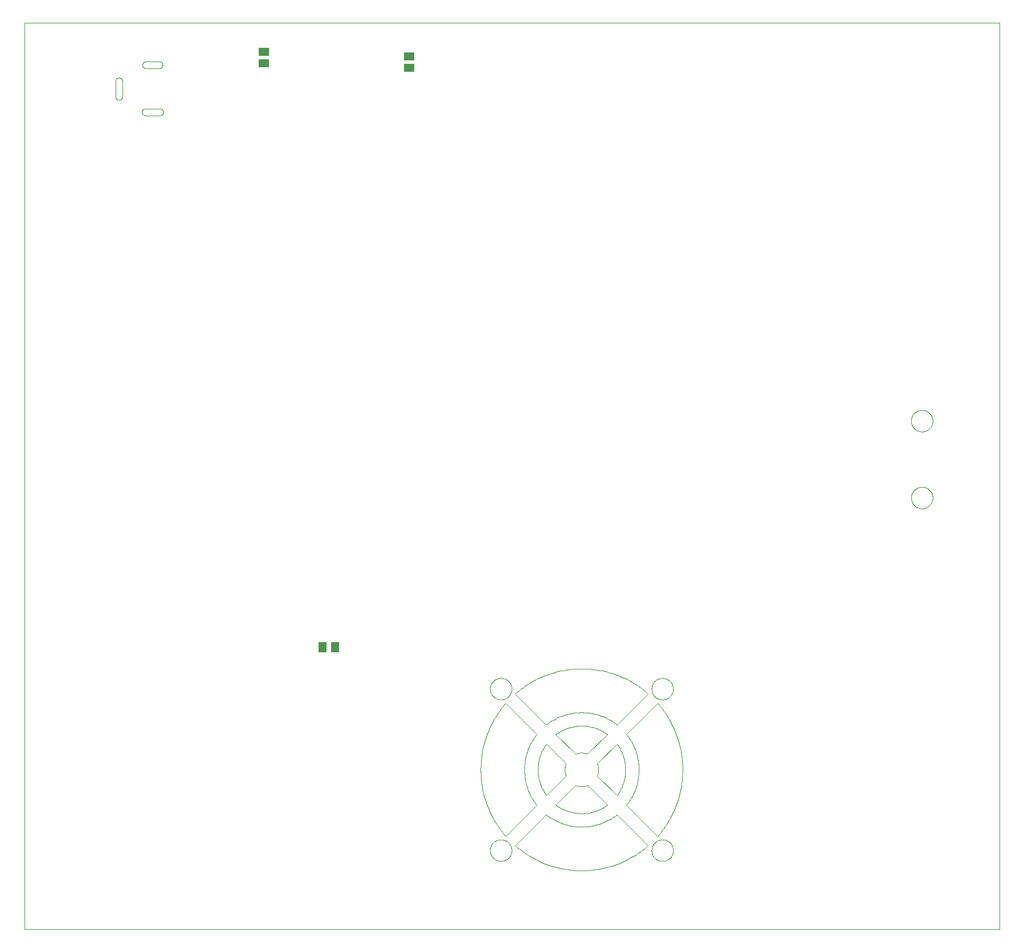
<source format=gbp>
G04 EAGLE Gerber X2 export*
%TF.Part,Single*%
%TF.FileFunction,Other,Solder paste bottom*%
%TF.FilePolarity,Positive*%
%TF.GenerationSoftware,Autodesk,EAGLE,9.4.0*%
%TF.CreationDate,2019-06-20T13:46:01Z*%
G75*
%MOMM*%
%FSLAX34Y34*%
%LPD*%
%INSolder paste bottom*%
%AMOC8*
5,1,8,0,0,1.08239X$1,22.5*%
G01*
%ADD10C,0.000000*%
%ADD11C,0.001000*%
%ADD12R,1.500000X1.300000*%
%ADD13R,1.300000X1.500000*%


D10*
X0Y0D02*
X1449200Y0D01*
X1449200Y1347600D01*
X0Y1347600D01*
X0Y0D01*
D11*
X714999Y138591D02*
X761142Y184734D01*
X761143Y184735D02*
X759885Y186370D01*
X758668Y188036D01*
X757492Y189731D01*
X756357Y191454D01*
X755264Y193203D01*
X754214Y194979D01*
X753207Y196780D01*
X752245Y198605D01*
X751326Y200452D01*
X750454Y202322D01*
X749626Y204211D01*
X748845Y206121D01*
X748110Y208049D01*
X747423Y209994D01*
X746782Y211955D01*
X746190Y213931D01*
X745646Y215921D01*
X745150Y217924D01*
X744703Y219938D01*
X744305Y221962D01*
X743956Y223995D01*
X743656Y226037D01*
X743407Y228084D01*
X743207Y230138D01*
X743056Y232195D01*
X742956Y234256D01*
X742906Y236318D01*
X742906Y238382D01*
X742956Y240444D01*
X743056Y242505D01*
X743207Y244562D01*
X743407Y246616D01*
X743656Y248663D01*
X743956Y250705D01*
X744305Y252738D01*
X744703Y254762D01*
X745150Y256776D01*
X745646Y258779D01*
X746190Y260769D01*
X746782Y262745D01*
X747423Y264706D01*
X748110Y266651D01*
X748845Y268579D01*
X749626Y270489D01*
X750454Y272378D01*
X751326Y274248D01*
X752245Y276095D01*
X753207Y277920D01*
X754214Y279721D01*
X755264Y281497D01*
X756357Y283246D01*
X757492Y284969D01*
X758668Y286664D01*
X759885Y288330D01*
X761143Y289965D01*
X761142Y289966D02*
X714999Y336109D01*
X712627Y333329D01*
X710324Y330493D01*
X708090Y327601D01*
X705927Y324655D01*
X703837Y321658D01*
X701820Y318611D01*
X699878Y315516D01*
X698012Y312374D01*
X696223Y309187D01*
X694512Y305958D01*
X692881Y302689D01*
X691329Y299380D01*
X689859Y296035D01*
X688470Y292655D01*
X687164Y289242D01*
X685942Y285798D01*
X684804Y282326D01*
X683751Y278827D01*
X682784Y275303D01*
X681902Y271756D01*
X681107Y268190D01*
X680400Y264605D01*
X679780Y261004D01*
X679247Y257388D01*
X678803Y253761D01*
X678448Y250124D01*
X678181Y246480D01*
X678003Y242830D01*
X677914Y239177D01*
X677914Y235523D01*
X678003Y231870D01*
X678181Y228220D01*
X678448Y224576D01*
X678803Y220939D01*
X679247Y217312D01*
X679780Y213696D01*
X680400Y210095D01*
X681107Y206510D01*
X681902Y202944D01*
X682784Y199397D01*
X683751Y195873D01*
X684804Y192374D01*
X685942Y188902D01*
X687164Y185458D01*
X688470Y182045D01*
X689859Y178665D01*
X691329Y175320D01*
X692881Y172011D01*
X694512Y168742D01*
X696223Y165513D01*
X698012Y162326D01*
X699878Y159184D01*
X701820Y156089D01*
X703837Y153042D01*
X705927Y150045D01*
X708090Y147099D01*
X710324Y144207D01*
X712627Y141371D01*
X714999Y138591D01*
X880516Y304108D02*
X926659Y350251D01*
X880515Y304107D02*
X878880Y305365D01*
X877214Y306582D01*
X875519Y307758D01*
X873796Y308893D01*
X872047Y309986D01*
X870271Y311036D01*
X868470Y312043D01*
X866645Y313005D01*
X864798Y313924D01*
X862928Y314796D01*
X861039Y315624D01*
X859129Y316405D01*
X857201Y317140D01*
X855256Y317827D01*
X853295Y318468D01*
X851319Y319060D01*
X849329Y319604D01*
X847326Y320100D01*
X845312Y320547D01*
X843288Y320945D01*
X841255Y321294D01*
X839213Y321594D01*
X837166Y321843D01*
X835112Y322043D01*
X833055Y322194D01*
X830994Y322294D01*
X828932Y322344D01*
X826868Y322344D01*
X824806Y322294D01*
X822745Y322194D01*
X820688Y322043D01*
X818634Y321843D01*
X816587Y321594D01*
X814545Y321294D01*
X812512Y320945D01*
X810488Y320547D01*
X808474Y320100D01*
X806471Y319604D01*
X804481Y319060D01*
X802505Y318468D01*
X800544Y317827D01*
X798599Y317140D01*
X796671Y316405D01*
X794761Y315624D01*
X792872Y314796D01*
X791002Y313924D01*
X789155Y313005D01*
X787330Y312043D01*
X785529Y311036D01*
X783753Y309986D01*
X782004Y308893D01*
X780281Y307758D01*
X778586Y306582D01*
X776920Y305365D01*
X775285Y304107D01*
X775284Y304108D02*
X729141Y350251D01*
X731921Y352623D01*
X734757Y354926D01*
X737649Y357160D01*
X740595Y359323D01*
X743592Y361413D01*
X746639Y363430D01*
X749734Y365372D01*
X752876Y367238D01*
X756063Y369027D01*
X759292Y370738D01*
X762561Y372369D01*
X765870Y373921D01*
X769215Y375391D01*
X772595Y376780D01*
X776008Y378086D01*
X779452Y379308D01*
X782924Y380446D01*
X786423Y381499D01*
X789947Y382466D01*
X793494Y383348D01*
X797060Y384143D01*
X800645Y384850D01*
X804246Y385470D01*
X807862Y386003D01*
X811489Y386447D01*
X815126Y386802D01*
X818770Y387069D01*
X822420Y387247D01*
X826073Y387336D01*
X829727Y387336D01*
X833380Y387247D01*
X837030Y387069D01*
X840674Y386802D01*
X844311Y386447D01*
X847938Y386003D01*
X851554Y385470D01*
X855155Y384850D01*
X858740Y384143D01*
X862306Y383348D01*
X865853Y382466D01*
X869377Y381499D01*
X872876Y380446D01*
X876348Y379308D01*
X879792Y378086D01*
X883205Y376780D01*
X886585Y375391D01*
X889930Y373921D01*
X893239Y372369D01*
X896508Y370738D01*
X899737Y369027D01*
X902924Y367238D01*
X906066Y365372D01*
X909161Y363430D01*
X912208Y361413D01*
X915205Y359323D01*
X918151Y357160D01*
X921043Y354926D01*
X923879Y352623D01*
X926659Y350251D01*
X880516Y170592D02*
X926659Y124449D01*
X880515Y170593D02*
X878880Y169335D01*
X877214Y168118D01*
X875519Y166942D01*
X873796Y165807D01*
X872047Y164714D01*
X870271Y163664D01*
X868470Y162657D01*
X866645Y161695D01*
X864798Y160776D01*
X862928Y159904D01*
X861039Y159076D01*
X859129Y158295D01*
X857201Y157560D01*
X855256Y156873D01*
X853295Y156232D01*
X851319Y155640D01*
X849329Y155096D01*
X847326Y154600D01*
X845312Y154153D01*
X843288Y153755D01*
X841255Y153406D01*
X839213Y153106D01*
X837166Y152857D01*
X835112Y152657D01*
X833055Y152506D01*
X830994Y152406D01*
X828932Y152356D01*
X826868Y152356D01*
X824806Y152406D01*
X822745Y152506D01*
X820688Y152657D01*
X818634Y152857D01*
X816587Y153106D01*
X814545Y153406D01*
X812512Y153755D01*
X810488Y154153D01*
X808474Y154600D01*
X806471Y155096D01*
X804481Y155640D01*
X802505Y156232D01*
X800544Y156873D01*
X798599Y157560D01*
X796671Y158295D01*
X794761Y159076D01*
X792872Y159904D01*
X791002Y160776D01*
X789155Y161695D01*
X787330Y162657D01*
X785529Y163664D01*
X783753Y164714D01*
X782004Y165807D01*
X780281Y166942D01*
X778586Y168118D01*
X776920Y169335D01*
X775285Y170593D01*
X775284Y170592D02*
X729141Y124449D01*
X731921Y122077D01*
X734757Y119774D01*
X737649Y117540D01*
X740595Y115377D01*
X743592Y113287D01*
X746639Y111270D01*
X749734Y109328D01*
X752876Y107462D01*
X756063Y105673D01*
X759292Y103962D01*
X762561Y102331D01*
X765870Y100779D01*
X769215Y99309D01*
X772595Y97920D01*
X776008Y96614D01*
X779452Y95392D01*
X782924Y94254D01*
X786423Y93201D01*
X789947Y92234D01*
X793494Y91352D01*
X797060Y90557D01*
X800645Y89850D01*
X804246Y89230D01*
X807862Y88697D01*
X811489Y88253D01*
X815126Y87898D01*
X818770Y87631D01*
X822420Y87453D01*
X826073Y87364D01*
X829727Y87364D01*
X833380Y87453D01*
X837030Y87631D01*
X840674Y87898D01*
X844311Y88253D01*
X847938Y88697D01*
X851554Y89230D01*
X855155Y89850D01*
X858740Y90557D01*
X862306Y91352D01*
X865853Y92234D01*
X869377Y93201D01*
X872876Y94254D01*
X876348Y95392D01*
X879792Y96614D01*
X883205Y97920D01*
X886585Y99309D01*
X889930Y100779D01*
X893239Y102331D01*
X896508Y103962D01*
X899737Y105673D01*
X902924Y107462D01*
X906066Y109328D01*
X909161Y111270D01*
X912208Y113287D01*
X915205Y115377D01*
X918151Y117540D01*
X921043Y119774D01*
X923879Y122077D01*
X926659Y124449D01*
X894657Y184735D02*
X895915Y186370D01*
X897132Y188036D01*
X898308Y189731D01*
X899443Y191454D01*
X900536Y193203D01*
X901586Y194979D01*
X902593Y196780D01*
X903555Y198605D01*
X904474Y200452D01*
X905346Y202322D01*
X906174Y204211D01*
X906955Y206121D01*
X907690Y208049D01*
X908377Y209994D01*
X909018Y211955D01*
X909610Y213931D01*
X910154Y215921D01*
X910650Y217924D01*
X911097Y219938D01*
X911495Y221962D01*
X911844Y223995D01*
X912144Y226037D01*
X912393Y228084D01*
X912593Y230138D01*
X912744Y232195D01*
X912844Y234256D01*
X912894Y236318D01*
X912894Y238382D01*
X912844Y240444D01*
X912744Y242505D01*
X912593Y244562D01*
X912393Y246616D01*
X912144Y248663D01*
X911844Y250705D01*
X911495Y252738D01*
X911097Y254762D01*
X910650Y256776D01*
X910154Y258779D01*
X909610Y260769D01*
X909018Y262745D01*
X908377Y264706D01*
X907690Y266651D01*
X906955Y268579D01*
X906174Y270489D01*
X905346Y272378D01*
X904474Y274248D01*
X903555Y276095D01*
X902593Y277920D01*
X901586Y279721D01*
X900536Y281497D01*
X899443Y283246D01*
X898308Y284969D01*
X897132Y286664D01*
X895915Y288330D01*
X894657Y289965D01*
X894658Y184734D02*
X940801Y138591D01*
X943173Y141371D01*
X945476Y144207D01*
X947710Y147099D01*
X949873Y150045D01*
X951963Y153042D01*
X953980Y156089D01*
X955922Y159184D01*
X957788Y162326D01*
X959577Y165513D01*
X961288Y168742D01*
X962919Y172011D01*
X964471Y175320D01*
X965941Y178665D01*
X967330Y182045D01*
X968636Y185458D01*
X969858Y188902D01*
X970996Y192374D01*
X972049Y195873D01*
X973016Y199397D01*
X973898Y202944D01*
X974693Y206510D01*
X975400Y210095D01*
X976020Y213696D01*
X976553Y217312D01*
X976997Y220939D01*
X977352Y224576D01*
X977619Y228220D01*
X977797Y231870D01*
X977886Y235523D01*
X977886Y239177D01*
X977797Y242830D01*
X977619Y246480D01*
X977352Y250124D01*
X976997Y253761D01*
X976553Y257388D01*
X976020Y261004D01*
X975400Y264605D01*
X974693Y268190D01*
X973898Y271756D01*
X973016Y275303D01*
X972049Y278827D01*
X970996Y282326D01*
X969858Y285798D01*
X968636Y289242D01*
X967330Y292655D01*
X965941Y296035D01*
X964471Y299380D01*
X962919Y302689D01*
X961288Y305958D01*
X959577Y309187D01*
X957788Y312374D01*
X955922Y315516D01*
X953980Y318611D01*
X951963Y321658D01*
X949873Y324655D01*
X947710Y327601D01*
X945476Y330493D01*
X943173Y333329D01*
X940801Y336109D01*
X894658Y289966D01*
X880386Y275694D02*
X881301Y274409D01*
X882184Y273102D01*
X883036Y271774D01*
X883855Y270426D01*
X884641Y269059D01*
X885394Y267673D01*
X886113Y266269D01*
X886797Y264848D01*
X887447Y263411D01*
X888062Y261958D01*
X888641Y260491D01*
X889185Y259010D01*
X889692Y257517D01*
X890163Y256012D01*
X890598Y254495D01*
X890996Y252969D01*
X891356Y251433D01*
X891679Y249890D01*
X891964Y248338D01*
X892212Y246781D01*
X892422Y245217D01*
X892594Y243649D01*
X892728Y242078D01*
X892823Y240503D01*
X892881Y238927D01*
X892900Y237350D01*
X892881Y235773D01*
X892823Y234197D01*
X892728Y232622D01*
X892594Y231051D01*
X892422Y229483D01*
X892212Y227919D01*
X891964Y226362D01*
X891679Y224810D01*
X891356Y223267D01*
X890996Y221731D01*
X890598Y220205D01*
X890163Y218688D01*
X889692Y217183D01*
X889185Y215690D01*
X888641Y214209D01*
X888062Y212742D01*
X887447Y211289D01*
X886797Y209852D01*
X886113Y208431D01*
X885394Y207027D01*
X884641Y205641D01*
X883855Y204274D01*
X883036Y202926D01*
X882184Y201598D01*
X881301Y200291D01*
X880386Y199006D01*
X851173Y228219D01*
X851387Y228783D01*
X851586Y229352D01*
X851772Y229926D01*
X851944Y230504D01*
X852102Y231086D01*
X852247Y231671D01*
X852376Y232260D01*
X852492Y232852D01*
X852593Y233446D01*
X852680Y234043D01*
X852753Y234642D01*
X852811Y235242D01*
X852855Y235843D01*
X852884Y236446D01*
X852898Y237048D01*
X852898Y237652D01*
X852884Y238254D01*
X852855Y238857D01*
X852811Y239458D01*
X852753Y240058D01*
X852680Y240657D01*
X852593Y241254D01*
X852492Y241848D01*
X852376Y242440D01*
X852247Y243029D01*
X852102Y243614D01*
X851944Y244196D01*
X851772Y244774D01*
X851586Y245348D01*
X851387Y245917D01*
X851173Y246481D01*
X880386Y275694D01*
X866244Y289836D02*
X864959Y290751D01*
X863652Y291634D01*
X862324Y292486D01*
X860976Y293305D01*
X859609Y294091D01*
X858223Y294844D01*
X856819Y295563D01*
X855398Y296247D01*
X853961Y296897D01*
X852508Y297512D01*
X851041Y298091D01*
X849560Y298635D01*
X848067Y299142D01*
X846562Y299613D01*
X845045Y300048D01*
X843519Y300446D01*
X841983Y300806D01*
X840440Y301129D01*
X838888Y301414D01*
X837331Y301662D01*
X835767Y301872D01*
X834199Y302044D01*
X832628Y302178D01*
X831053Y302273D01*
X829477Y302331D01*
X827900Y302350D01*
X826323Y302331D01*
X824747Y302273D01*
X823172Y302178D01*
X821601Y302044D01*
X820033Y301872D01*
X818469Y301662D01*
X816912Y301414D01*
X815360Y301129D01*
X813817Y300806D01*
X812281Y300446D01*
X810755Y300048D01*
X809238Y299613D01*
X807733Y299142D01*
X806240Y298635D01*
X804759Y298091D01*
X803292Y297512D01*
X801839Y296897D01*
X800402Y296247D01*
X798981Y295563D01*
X797577Y294844D01*
X796191Y294091D01*
X794824Y293305D01*
X793476Y292486D01*
X792148Y291634D01*
X790841Y290751D01*
X789556Y289836D01*
X818769Y260623D01*
X819333Y260837D01*
X819902Y261036D01*
X820476Y261222D01*
X821054Y261394D01*
X821636Y261552D01*
X822221Y261697D01*
X822810Y261826D01*
X823402Y261942D01*
X823996Y262043D01*
X824593Y262130D01*
X825192Y262203D01*
X825792Y262261D01*
X826393Y262305D01*
X826996Y262334D01*
X827598Y262348D01*
X828202Y262348D01*
X828804Y262334D01*
X829407Y262305D01*
X830008Y262261D01*
X830608Y262203D01*
X831207Y262130D01*
X831804Y262043D01*
X832398Y261942D01*
X832990Y261826D01*
X833579Y261697D01*
X834164Y261552D01*
X834746Y261394D01*
X835324Y261222D01*
X835898Y261036D01*
X836467Y260837D01*
X837031Y260623D01*
X866244Y289836D01*
X837031Y214077D02*
X836467Y213863D01*
X835898Y213664D01*
X835324Y213478D01*
X834746Y213306D01*
X834164Y213148D01*
X833579Y213003D01*
X832990Y212874D01*
X832398Y212758D01*
X831804Y212657D01*
X831207Y212570D01*
X830608Y212497D01*
X830008Y212439D01*
X829407Y212395D01*
X828804Y212366D01*
X828202Y212352D01*
X827598Y212352D01*
X826996Y212366D01*
X826393Y212395D01*
X825792Y212439D01*
X825192Y212497D01*
X824593Y212570D01*
X823996Y212657D01*
X823402Y212758D01*
X822810Y212874D01*
X822221Y213003D01*
X821636Y213148D01*
X821054Y213306D01*
X820476Y213478D01*
X819902Y213664D01*
X819333Y213863D01*
X818769Y214077D01*
X837031Y214077D02*
X866244Y184864D01*
X864959Y183949D01*
X863652Y183066D01*
X862324Y182214D01*
X860976Y181395D01*
X859609Y180609D01*
X858223Y179856D01*
X856819Y179137D01*
X855398Y178453D01*
X853961Y177803D01*
X852508Y177188D01*
X851041Y176609D01*
X849560Y176065D01*
X848067Y175558D01*
X846562Y175087D01*
X845045Y174652D01*
X843519Y174254D01*
X841983Y173894D01*
X840440Y173571D01*
X838888Y173286D01*
X837331Y173038D01*
X835767Y172828D01*
X834199Y172656D01*
X832628Y172522D01*
X831053Y172427D01*
X829477Y172369D01*
X827900Y172350D01*
X826323Y172369D01*
X824747Y172427D01*
X823172Y172522D01*
X821601Y172656D01*
X820033Y172828D01*
X818469Y173038D01*
X816912Y173286D01*
X815360Y173571D01*
X813817Y173894D01*
X812281Y174254D01*
X810755Y174652D01*
X809238Y175087D01*
X807733Y175558D01*
X806240Y176065D01*
X804759Y176609D01*
X803292Y177188D01*
X801839Y177803D01*
X800402Y178453D01*
X798981Y179137D01*
X797577Y179856D01*
X796191Y180609D01*
X794824Y181395D01*
X793476Y182214D01*
X792148Y183066D01*
X790841Y183949D01*
X789556Y184864D01*
X818769Y214077D01*
X804627Y228219D02*
X804413Y228783D01*
X804214Y229352D01*
X804028Y229926D01*
X803856Y230504D01*
X803698Y231086D01*
X803553Y231671D01*
X803424Y232260D01*
X803308Y232852D01*
X803207Y233446D01*
X803120Y234043D01*
X803047Y234642D01*
X802989Y235242D01*
X802945Y235843D01*
X802916Y236446D01*
X802902Y237048D01*
X802902Y237652D01*
X802916Y238254D01*
X802945Y238857D01*
X802989Y239458D01*
X803047Y240058D01*
X803120Y240657D01*
X803207Y241254D01*
X803308Y241848D01*
X803424Y242440D01*
X803553Y243029D01*
X803698Y243614D01*
X803856Y244196D01*
X804028Y244774D01*
X804214Y245348D01*
X804413Y245917D01*
X804627Y246481D01*
X775414Y275694D01*
X774499Y274409D01*
X773616Y273102D01*
X772764Y271774D01*
X771945Y270426D01*
X771159Y269059D01*
X770406Y267673D01*
X769687Y266269D01*
X769003Y264848D01*
X768353Y263411D01*
X767738Y261958D01*
X767159Y260491D01*
X766615Y259010D01*
X766108Y257517D01*
X765637Y256012D01*
X765202Y254495D01*
X764804Y252969D01*
X764444Y251433D01*
X764121Y249890D01*
X763836Y248338D01*
X763588Y246781D01*
X763378Y245217D01*
X763206Y243649D01*
X763072Y242078D01*
X762977Y240503D01*
X762919Y238927D01*
X762900Y237350D01*
X762919Y235773D01*
X762977Y234197D01*
X763072Y232622D01*
X763206Y231051D01*
X763378Y229483D01*
X763588Y227919D01*
X763836Y226362D01*
X764121Y224810D01*
X764444Y223267D01*
X764804Y221731D01*
X765202Y220205D01*
X765637Y218688D01*
X766108Y217183D01*
X766615Y215690D01*
X767159Y214209D01*
X767738Y212742D01*
X768353Y211289D01*
X769003Y209852D01*
X769687Y208431D01*
X770406Y207027D01*
X771159Y205641D01*
X771945Y204274D01*
X772764Y202926D01*
X773616Y201598D01*
X774499Y200291D01*
X775414Y199006D01*
X804627Y228219D01*
X691900Y117350D02*
X691905Y117743D01*
X691919Y118135D01*
X691943Y118527D01*
X691977Y118918D01*
X692020Y119309D01*
X692073Y119698D01*
X692136Y120085D01*
X692207Y120471D01*
X692289Y120856D01*
X692379Y121238D01*
X692480Y121617D01*
X692589Y121995D01*
X692708Y122369D01*
X692835Y122740D01*
X692972Y123108D01*
X693118Y123473D01*
X693273Y123834D01*
X693436Y124191D01*
X693608Y124544D01*
X693789Y124892D01*
X693979Y125236D01*
X694176Y125576D01*
X694382Y125910D01*
X694596Y126239D01*
X694819Y126563D01*
X695049Y126881D01*
X695286Y127194D01*
X695532Y127500D01*
X695785Y127801D01*
X696045Y128095D01*
X696312Y128383D01*
X696586Y128664D01*
X696867Y128938D01*
X697155Y129205D01*
X697449Y129465D01*
X697750Y129718D01*
X698056Y129964D01*
X698369Y130201D01*
X698687Y130431D01*
X699011Y130654D01*
X699340Y130868D01*
X699674Y131074D01*
X700014Y131271D01*
X700358Y131461D01*
X700706Y131642D01*
X701059Y131814D01*
X701416Y131977D01*
X701777Y132132D01*
X702142Y132278D01*
X702510Y132415D01*
X702881Y132542D01*
X703255Y132661D01*
X703633Y132770D01*
X704012Y132871D01*
X704394Y132961D01*
X704779Y133043D01*
X705165Y133114D01*
X705552Y133177D01*
X705941Y133230D01*
X706332Y133273D01*
X706723Y133307D01*
X707115Y133331D01*
X707507Y133345D01*
X707900Y133350D01*
X708293Y133345D01*
X708685Y133331D01*
X709077Y133307D01*
X709468Y133273D01*
X709859Y133230D01*
X710248Y133177D01*
X710635Y133114D01*
X711021Y133043D01*
X711406Y132961D01*
X711788Y132871D01*
X712167Y132770D01*
X712545Y132661D01*
X712919Y132542D01*
X713290Y132415D01*
X713658Y132278D01*
X714023Y132132D01*
X714384Y131977D01*
X714741Y131814D01*
X715094Y131642D01*
X715442Y131461D01*
X715786Y131271D01*
X716126Y131074D01*
X716460Y130868D01*
X716789Y130654D01*
X717113Y130431D01*
X717431Y130201D01*
X717744Y129964D01*
X718050Y129718D01*
X718351Y129465D01*
X718645Y129205D01*
X718933Y128938D01*
X719214Y128664D01*
X719488Y128383D01*
X719755Y128095D01*
X720015Y127801D01*
X720268Y127500D01*
X720514Y127194D01*
X720751Y126881D01*
X720981Y126563D01*
X721204Y126239D01*
X721418Y125910D01*
X721624Y125576D01*
X721821Y125236D01*
X722011Y124892D01*
X722192Y124544D01*
X722364Y124191D01*
X722527Y123834D01*
X722682Y123473D01*
X722828Y123108D01*
X722965Y122740D01*
X723092Y122369D01*
X723211Y121995D01*
X723320Y121617D01*
X723421Y121238D01*
X723511Y120856D01*
X723593Y120471D01*
X723664Y120085D01*
X723727Y119698D01*
X723780Y119309D01*
X723823Y118918D01*
X723857Y118527D01*
X723881Y118135D01*
X723895Y117743D01*
X723900Y117350D01*
X723895Y116957D01*
X723881Y116565D01*
X723857Y116173D01*
X723823Y115782D01*
X723780Y115391D01*
X723727Y115002D01*
X723664Y114615D01*
X723593Y114229D01*
X723511Y113844D01*
X723421Y113462D01*
X723320Y113083D01*
X723211Y112705D01*
X723092Y112331D01*
X722965Y111960D01*
X722828Y111592D01*
X722682Y111227D01*
X722527Y110866D01*
X722364Y110509D01*
X722192Y110156D01*
X722011Y109808D01*
X721821Y109464D01*
X721624Y109124D01*
X721418Y108790D01*
X721204Y108461D01*
X720981Y108137D01*
X720751Y107819D01*
X720514Y107506D01*
X720268Y107200D01*
X720015Y106899D01*
X719755Y106605D01*
X719488Y106317D01*
X719214Y106036D01*
X718933Y105762D01*
X718645Y105495D01*
X718351Y105235D01*
X718050Y104982D01*
X717744Y104736D01*
X717431Y104499D01*
X717113Y104269D01*
X716789Y104046D01*
X716460Y103832D01*
X716126Y103626D01*
X715786Y103429D01*
X715442Y103239D01*
X715094Y103058D01*
X714741Y102886D01*
X714384Y102723D01*
X714023Y102568D01*
X713658Y102422D01*
X713290Y102285D01*
X712919Y102158D01*
X712545Y102039D01*
X712167Y101930D01*
X711788Y101829D01*
X711406Y101739D01*
X711021Y101657D01*
X710635Y101586D01*
X710248Y101523D01*
X709859Y101470D01*
X709468Y101427D01*
X709077Y101393D01*
X708685Y101369D01*
X708293Y101355D01*
X707900Y101350D01*
X707507Y101355D01*
X707115Y101369D01*
X706723Y101393D01*
X706332Y101427D01*
X705941Y101470D01*
X705552Y101523D01*
X705165Y101586D01*
X704779Y101657D01*
X704394Y101739D01*
X704012Y101829D01*
X703633Y101930D01*
X703255Y102039D01*
X702881Y102158D01*
X702510Y102285D01*
X702142Y102422D01*
X701777Y102568D01*
X701416Y102723D01*
X701059Y102886D01*
X700706Y103058D01*
X700358Y103239D01*
X700014Y103429D01*
X699674Y103626D01*
X699340Y103832D01*
X699011Y104046D01*
X698687Y104269D01*
X698369Y104499D01*
X698056Y104736D01*
X697750Y104982D01*
X697449Y105235D01*
X697155Y105495D01*
X696867Y105762D01*
X696586Y106036D01*
X696312Y106317D01*
X696045Y106605D01*
X695785Y106899D01*
X695532Y107200D01*
X695286Y107506D01*
X695049Y107819D01*
X694819Y108137D01*
X694596Y108461D01*
X694382Y108790D01*
X694176Y109124D01*
X693979Y109464D01*
X693789Y109808D01*
X693608Y110156D01*
X693436Y110509D01*
X693273Y110866D01*
X693118Y111227D01*
X692972Y111592D01*
X692835Y111960D01*
X692708Y112331D01*
X692589Y112705D01*
X692480Y113083D01*
X692379Y113462D01*
X692289Y113844D01*
X692207Y114229D01*
X692136Y114615D01*
X692073Y115002D01*
X692020Y115391D01*
X691977Y115782D01*
X691943Y116173D01*
X691919Y116565D01*
X691905Y116957D01*
X691900Y117350D01*
X691900Y357350D02*
X691905Y357743D01*
X691919Y358135D01*
X691943Y358527D01*
X691977Y358918D01*
X692020Y359309D01*
X692073Y359698D01*
X692136Y360085D01*
X692207Y360471D01*
X692289Y360856D01*
X692379Y361238D01*
X692480Y361617D01*
X692589Y361995D01*
X692708Y362369D01*
X692835Y362740D01*
X692972Y363108D01*
X693118Y363473D01*
X693273Y363834D01*
X693436Y364191D01*
X693608Y364544D01*
X693789Y364892D01*
X693979Y365236D01*
X694176Y365576D01*
X694382Y365910D01*
X694596Y366239D01*
X694819Y366563D01*
X695049Y366881D01*
X695286Y367194D01*
X695532Y367500D01*
X695785Y367801D01*
X696045Y368095D01*
X696312Y368383D01*
X696586Y368664D01*
X696867Y368938D01*
X697155Y369205D01*
X697449Y369465D01*
X697750Y369718D01*
X698056Y369964D01*
X698369Y370201D01*
X698687Y370431D01*
X699011Y370654D01*
X699340Y370868D01*
X699674Y371074D01*
X700014Y371271D01*
X700358Y371461D01*
X700706Y371642D01*
X701059Y371814D01*
X701416Y371977D01*
X701777Y372132D01*
X702142Y372278D01*
X702510Y372415D01*
X702881Y372542D01*
X703255Y372661D01*
X703633Y372770D01*
X704012Y372871D01*
X704394Y372961D01*
X704779Y373043D01*
X705165Y373114D01*
X705552Y373177D01*
X705941Y373230D01*
X706332Y373273D01*
X706723Y373307D01*
X707115Y373331D01*
X707507Y373345D01*
X707900Y373350D01*
X708293Y373345D01*
X708685Y373331D01*
X709077Y373307D01*
X709468Y373273D01*
X709859Y373230D01*
X710248Y373177D01*
X710635Y373114D01*
X711021Y373043D01*
X711406Y372961D01*
X711788Y372871D01*
X712167Y372770D01*
X712545Y372661D01*
X712919Y372542D01*
X713290Y372415D01*
X713658Y372278D01*
X714023Y372132D01*
X714384Y371977D01*
X714741Y371814D01*
X715094Y371642D01*
X715442Y371461D01*
X715786Y371271D01*
X716126Y371074D01*
X716460Y370868D01*
X716789Y370654D01*
X717113Y370431D01*
X717431Y370201D01*
X717744Y369964D01*
X718050Y369718D01*
X718351Y369465D01*
X718645Y369205D01*
X718933Y368938D01*
X719214Y368664D01*
X719488Y368383D01*
X719755Y368095D01*
X720015Y367801D01*
X720268Y367500D01*
X720514Y367194D01*
X720751Y366881D01*
X720981Y366563D01*
X721204Y366239D01*
X721418Y365910D01*
X721624Y365576D01*
X721821Y365236D01*
X722011Y364892D01*
X722192Y364544D01*
X722364Y364191D01*
X722527Y363834D01*
X722682Y363473D01*
X722828Y363108D01*
X722965Y362740D01*
X723092Y362369D01*
X723211Y361995D01*
X723320Y361617D01*
X723421Y361238D01*
X723511Y360856D01*
X723593Y360471D01*
X723664Y360085D01*
X723727Y359698D01*
X723780Y359309D01*
X723823Y358918D01*
X723857Y358527D01*
X723881Y358135D01*
X723895Y357743D01*
X723900Y357350D01*
X723895Y356957D01*
X723881Y356565D01*
X723857Y356173D01*
X723823Y355782D01*
X723780Y355391D01*
X723727Y355002D01*
X723664Y354615D01*
X723593Y354229D01*
X723511Y353844D01*
X723421Y353462D01*
X723320Y353083D01*
X723211Y352705D01*
X723092Y352331D01*
X722965Y351960D01*
X722828Y351592D01*
X722682Y351227D01*
X722527Y350866D01*
X722364Y350509D01*
X722192Y350156D01*
X722011Y349808D01*
X721821Y349464D01*
X721624Y349124D01*
X721418Y348790D01*
X721204Y348461D01*
X720981Y348137D01*
X720751Y347819D01*
X720514Y347506D01*
X720268Y347200D01*
X720015Y346899D01*
X719755Y346605D01*
X719488Y346317D01*
X719214Y346036D01*
X718933Y345762D01*
X718645Y345495D01*
X718351Y345235D01*
X718050Y344982D01*
X717744Y344736D01*
X717431Y344499D01*
X717113Y344269D01*
X716789Y344046D01*
X716460Y343832D01*
X716126Y343626D01*
X715786Y343429D01*
X715442Y343239D01*
X715094Y343058D01*
X714741Y342886D01*
X714384Y342723D01*
X714023Y342568D01*
X713658Y342422D01*
X713290Y342285D01*
X712919Y342158D01*
X712545Y342039D01*
X712167Y341930D01*
X711788Y341829D01*
X711406Y341739D01*
X711021Y341657D01*
X710635Y341586D01*
X710248Y341523D01*
X709859Y341470D01*
X709468Y341427D01*
X709077Y341393D01*
X708685Y341369D01*
X708293Y341355D01*
X707900Y341350D01*
X707507Y341355D01*
X707115Y341369D01*
X706723Y341393D01*
X706332Y341427D01*
X705941Y341470D01*
X705552Y341523D01*
X705165Y341586D01*
X704779Y341657D01*
X704394Y341739D01*
X704012Y341829D01*
X703633Y341930D01*
X703255Y342039D01*
X702881Y342158D01*
X702510Y342285D01*
X702142Y342422D01*
X701777Y342568D01*
X701416Y342723D01*
X701059Y342886D01*
X700706Y343058D01*
X700358Y343239D01*
X700014Y343429D01*
X699674Y343626D01*
X699340Y343832D01*
X699011Y344046D01*
X698687Y344269D01*
X698369Y344499D01*
X698056Y344736D01*
X697750Y344982D01*
X697449Y345235D01*
X697155Y345495D01*
X696867Y345762D01*
X696586Y346036D01*
X696312Y346317D01*
X696045Y346605D01*
X695785Y346899D01*
X695532Y347200D01*
X695286Y347506D01*
X695049Y347819D01*
X694819Y348137D01*
X694596Y348461D01*
X694382Y348790D01*
X694176Y349124D01*
X693979Y349464D01*
X693789Y349808D01*
X693608Y350156D01*
X693436Y350509D01*
X693273Y350866D01*
X693118Y351227D01*
X692972Y351592D01*
X692835Y351960D01*
X692708Y352331D01*
X692589Y352705D01*
X692480Y353083D01*
X692379Y353462D01*
X692289Y353844D01*
X692207Y354229D01*
X692136Y354615D01*
X692073Y355002D01*
X692020Y355391D01*
X691977Y355782D01*
X691943Y356173D01*
X691919Y356565D01*
X691905Y356957D01*
X691900Y357350D01*
X931900Y357350D02*
X931905Y357743D01*
X931919Y358135D01*
X931943Y358527D01*
X931977Y358918D01*
X932020Y359309D01*
X932073Y359698D01*
X932136Y360085D01*
X932207Y360471D01*
X932289Y360856D01*
X932379Y361238D01*
X932480Y361617D01*
X932589Y361995D01*
X932708Y362369D01*
X932835Y362740D01*
X932972Y363108D01*
X933118Y363473D01*
X933273Y363834D01*
X933436Y364191D01*
X933608Y364544D01*
X933789Y364892D01*
X933979Y365236D01*
X934176Y365576D01*
X934382Y365910D01*
X934596Y366239D01*
X934819Y366563D01*
X935049Y366881D01*
X935286Y367194D01*
X935532Y367500D01*
X935785Y367801D01*
X936045Y368095D01*
X936312Y368383D01*
X936586Y368664D01*
X936867Y368938D01*
X937155Y369205D01*
X937449Y369465D01*
X937750Y369718D01*
X938056Y369964D01*
X938369Y370201D01*
X938687Y370431D01*
X939011Y370654D01*
X939340Y370868D01*
X939674Y371074D01*
X940014Y371271D01*
X940358Y371461D01*
X940706Y371642D01*
X941059Y371814D01*
X941416Y371977D01*
X941777Y372132D01*
X942142Y372278D01*
X942510Y372415D01*
X942881Y372542D01*
X943255Y372661D01*
X943633Y372770D01*
X944012Y372871D01*
X944394Y372961D01*
X944779Y373043D01*
X945165Y373114D01*
X945552Y373177D01*
X945941Y373230D01*
X946332Y373273D01*
X946723Y373307D01*
X947115Y373331D01*
X947507Y373345D01*
X947900Y373350D01*
X948293Y373345D01*
X948685Y373331D01*
X949077Y373307D01*
X949468Y373273D01*
X949859Y373230D01*
X950248Y373177D01*
X950635Y373114D01*
X951021Y373043D01*
X951406Y372961D01*
X951788Y372871D01*
X952167Y372770D01*
X952545Y372661D01*
X952919Y372542D01*
X953290Y372415D01*
X953658Y372278D01*
X954023Y372132D01*
X954384Y371977D01*
X954741Y371814D01*
X955094Y371642D01*
X955442Y371461D01*
X955786Y371271D01*
X956126Y371074D01*
X956460Y370868D01*
X956789Y370654D01*
X957113Y370431D01*
X957431Y370201D01*
X957744Y369964D01*
X958050Y369718D01*
X958351Y369465D01*
X958645Y369205D01*
X958933Y368938D01*
X959214Y368664D01*
X959488Y368383D01*
X959755Y368095D01*
X960015Y367801D01*
X960268Y367500D01*
X960514Y367194D01*
X960751Y366881D01*
X960981Y366563D01*
X961204Y366239D01*
X961418Y365910D01*
X961624Y365576D01*
X961821Y365236D01*
X962011Y364892D01*
X962192Y364544D01*
X962364Y364191D01*
X962527Y363834D01*
X962682Y363473D01*
X962828Y363108D01*
X962965Y362740D01*
X963092Y362369D01*
X963211Y361995D01*
X963320Y361617D01*
X963421Y361238D01*
X963511Y360856D01*
X963593Y360471D01*
X963664Y360085D01*
X963727Y359698D01*
X963780Y359309D01*
X963823Y358918D01*
X963857Y358527D01*
X963881Y358135D01*
X963895Y357743D01*
X963900Y357350D01*
X963895Y356957D01*
X963881Y356565D01*
X963857Y356173D01*
X963823Y355782D01*
X963780Y355391D01*
X963727Y355002D01*
X963664Y354615D01*
X963593Y354229D01*
X963511Y353844D01*
X963421Y353462D01*
X963320Y353083D01*
X963211Y352705D01*
X963092Y352331D01*
X962965Y351960D01*
X962828Y351592D01*
X962682Y351227D01*
X962527Y350866D01*
X962364Y350509D01*
X962192Y350156D01*
X962011Y349808D01*
X961821Y349464D01*
X961624Y349124D01*
X961418Y348790D01*
X961204Y348461D01*
X960981Y348137D01*
X960751Y347819D01*
X960514Y347506D01*
X960268Y347200D01*
X960015Y346899D01*
X959755Y346605D01*
X959488Y346317D01*
X959214Y346036D01*
X958933Y345762D01*
X958645Y345495D01*
X958351Y345235D01*
X958050Y344982D01*
X957744Y344736D01*
X957431Y344499D01*
X957113Y344269D01*
X956789Y344046D01*
X956460Y343832D01*
X956126Y343626D01*
X955786Y343429D01*
X955442Y343239D01*
X955094Y343058D01*
X954741Y342886D01*
X954384Y342723D01*
X954023Y342568D01*
X953658Y342422D01*
X953290Y342285D01*
X952919Y342158D01*
X952545Y342039D01*
X952167Y341930D01*
X951788Y341829D01*
X951406Y341739D01*
X951021Y341657D01*
X950635Y341586D01*
X950248Y341523D01*
X949859Y341470D01*
X949468Y341427D01*
X949077Y341393D01*
X948685Y341369D01*
X948293Y341355D01*
X947900Y341350D01*
X947507Y341355D01*
X947115Y341369D01*
X946723Y341393D01*
X946332Y341427D01*
X945941Y341470D01*
X945552Y341523D01*
X945165Y341586D01*
X944779Y341657D01*
X944394Y341739D01*
X944012Y341829D01*
X943633Y341930D01*
X943255Y342039D01*
X942881Y342158D01*
X942510Y342285D01*
X942142Y342422D01*
X941777Y342568D01*
X941416Y342723D01*
X941059Y342886D01*
X940706Y343058D01*
X940358Y343239D01*
X940014Y343429D01*
X939674Y343626D01*
X939340Y343832D01*
X939011Y344046D01*
X938687Y344269D01*
X938369Y344499D01*
X938056Y344736D01*
X937750Y344982D01*
X937449Y345235D01*
X937155Y345495D01*
X936867Y345762D01*
X936586Y346036D01*
X936312Y346317D01*
X936045Y346605D01*
X935785Y346899D01*
X935532Y347200D01*
X935286Y347506D01*
X935049Y347819D01*
X934819Y348137D01*
X934596Y348461D01*
X934382Y348790D01*
X934176Y349124D01*
X933979Y349464D01*
X933789Y349808D01*
X933608Y350156D01*
X933436Y350509D01*
X933273Y350866D01*
X933118Y351227D01*
X932972Y351592D01*
X932835Y351960D01*
X932708Y352331D01*
X932589Y352705D01*
X932480Y353083D01*
X932379Y353462D01*
X932289Y353844D01*
X932207Y354229D01*
X932136Y354615D01*
X932073Y355002D01*
X932020Y355391D01*
X931977Y355782D01*
X931943Y356173D01*
X931919Y356565D01*
X931905Y356957D01*
X931900Y357350D01*
X931900Y117350D02*
X931905Y117743D01*
X931919Y118135D01*
X931943Y118527D01*
X931977Y118918D01*
X932020Y119309D01*
X932073Y119698D01*
X932136Y120085D01*
X932207Y120471D01*
X932289Y120856D01*
X932379Y121238D01*
X932480Y121617D01*
X932589Y121995D01*
X932708Y122369D01*
X932835Y122740D01*
X932972Y123108D01*
X933118Y123473D01*
X933273Y123834D01*
X933436Y124191D01*
X933608Y124544D01*
X933789Y124892D01*
X933979Y125236D01*
X934176Y125576D01*
X934382Y125910D01*
X934596Y126239D01*
X934819Y126563D01*
X935049Y126881D01*
X935286Y127194D01*
X935532Y127500D01*
X935785Y127801D01*
X936045Y128095D01*
X936312Y128383D01*
X936586Y128664D01*
X936867Y128938D01*
X937155Y129205D01*
X937449Y129465D01*
X937750Y129718D01*
X938056Y129964D01*
X938369Y130201D01*
X938687Y130431D01*
X939011Y130654D01*
X939340Y130868D01*
X939674Y131074D01*
X940014Y131271D01*
X940358Y131461D01*
X940706Y131642D01*
X941059Y131814D01*
X941416Y131977D01*
X941777Y132132D01*
X942142Y132278D01*
X942510Y132415D01*
X942881Y132542D01*
X943255Y132661D01*
X943633Y132770D01*
X944012Y132871D01*
X944394Y132961D01*
X944779Y133043D01*
X945165Y133114D01*
X945552Y133177D01*
X945941Y133230D01*
X946332Y133273D01*
X946723Y133307D01*
X947115Y133331D01*
X947507Y133345D01*
X947900Y133350D01*
X948293Y133345D01*
X948685Y133331D01*
X949077Y133307D01*
X949468Y133273D01*
X949859Y133230D01*
X950248Y133177D01*
X950635Y133114D01*
X951021Y133043D01*
X951406Y132961D01*
X951788Y132871D01*
X952167Y132770D01*
X952545Y132661D01*
X952919Y132542D01*
X953290Y132415D01*
X953658Y132278D01*
X954023Y132132D01*
X954384Y131977D01*
X954741Y131814D01*
X955094Y131642D01*
X955442Y131461D01*
X955786Y131271D01*
X956126Y131074D01*
X956460Y130868D01*
X956789Y130654D01*
X957113Y130431D01*
X957431Y130201D01*
X957744Y129964D01*
X958050Y129718D01*
X958351Y129465D01*
X958645Y129205D01*
X958933Y128938D01*
X959214Y128664D01*
X959488Y128383D01*
X959755Y128095D01*
X960015Y127801D01*
X960268Y127500D01*
X960514Y127194D01*
X960751Y126881D01*
X960981Y126563D01*
X961204Y126239D01*
X961418Y125910D01*
X961624Y125576D01*
X961821Y125236D01*
X962011Y124892D01*
X962192Y124544D01*
X962364Y124191D01*
X962527Y123834D01*
X962682Y123473D01*
X962828Y123108D01*
X962965Y122740D01*
X963092Y122369D01*
X963211Y121995D01*
X963320Y121617D01*
X963421Y121238D01*
X963511Y120856D01*
X963593Y120471D01*
X963664Y120085D01*
X963727Y119698D01*
X963780Y119309D01*
X963823Y118918D01*
X963857Y118527D01*
X963881Y118135D01*
X963895Y117743D01*
X963900Y117350D01*
X963895Y116957D01*
X963881Y116565D01*
X963857Y116173D01*
X963823Y115782D01*
X963780Y115391D01*
X963727Y115002D01*
X963664Y114615D01*
X963593Y114229D01*
X963511Y113844D01*
X963421Y113462D01*
X963320Y113083D01*
X963211Y112705D01*
X963092Y112331D01*
X962965Y111960D01*
X962828Y111592D01*
X962682Y111227D01*
X962527Y110866D01*
X962364Y110509D01*
X962192Y110156D01*
X962011Y109808D01*
X961821Y109464D01*
X961624Y109124D01*
X961418Y108790D01*
X961204Y108461D01*
X960981Y108137D01*
X960751Y107819D01*
X960514Y107506D01*
X960268Y107200D01*
X960015Y106899D01*
X959755Y106605D01*
X959488Y106317D01*
X959214Y106036D01*
X958933Y105762D01*
X958645Y105495D01*
X958351Y105235D01*
X958050Y104982D01*
X957744Y104736D01*
X957431Y104499D01*
X957113Y104269D01*
X956789Y104046D01*
X956460Y103832D01*
X956126Y103626D01*
X955786Y103429D01*
X955442Y103239D01*
X955094Y103058D01*
X954741Y102886D01*
X954384Y102723D01*
X954023Y102568D01*
X953658Y102422D01*
X953290Y102285D01*
X952919Y102158D01*
X952545Y102039D01*
X952167Y101930D01*
X951788Y101829D01*
X951406Y101739D01*
X951021Y101657D01*
X950635Y101586D01*
X950248Y101523D01*
X949859Y101470D01*
X949468Y101427D01*
X949077Y101393D01*
X948685Y101369D01*
X948293Y101355D01*
X947900Y101350D01*
X947507Y101355D01*
X947115Y101369D01*
X946723Y101393D01*
X946332Y101427D01*
X945941Y101470D01*
X945552Y101523D01*
X945165Y101586D01*
X944779Y101657D01*
X944394Y101739D01*
X944012Y101829D01*
X943633Y101930D01*
X943255Y102039D01*
X942881Y102158D01*
X942510Y102285D01*
X942142Y102422D01*
X941777Y102568D01*
X941416Y102723D01*
X941059Y102886D01*
X940706Y103058D01*
X940358Y103239D01*
X940014Y103429D01*
X939674Y103626D01*
X939340Y103832D01*
X939011Y104046D01*
X938687Y104269D01*
X938369Y104499D01*
X938056Y104736D01*
X937750Y104982D01*
X937449Y105235D01*
X937155Y105495D01*
X936867Y105762D01*
X936586Y106036D01*
X936312Y106317D01*
X936045Y106605D01*
X935785Y106899D01*
X935532Y107200D01*
X935286Y107506D01*
X935049Y107819D01*
X934819Y108137D01*
X934596Y108461D01*
X934382Y108790D01*
X934176Y109124D01*
X933979Y109464D01*
X933789Y109808D01*
X933608Y110156D01*
X933436Y110509D01*
X933273Y110866D01*
X933118Y111227D01*
X932972Y111592D01*
X932835Y111960D01*
X932708Y112331D01*
X932589Y112705D01*
X932480Y113083D01*
X932379Y113462D01*
X932289Y113844D01*
X932207Y114229D01*
X932136Y114615D01*
X932073Y115002D01*
X932020Y115391D01*
X931977Y115782D01*
X931943Y116173D01*
X931919Y116565D01*
X931905Y116957D01*
X931900Y117350D01*
D10*
X1317500Y641350D02*
X1317505Y641743D01*
X1317519Y642135D01*
X1317543Y642527D01*
X1317577Y642918D01*
X1317620Y643309D01*
X1317673Y643698D01*
X1317736Y644085D01*
X1317807Y644471D01*
X1317889Y644856D01*
X1317979Y645238D01*
X1318080Y645617D01*
X1318189Y645995D01*
X1318308Y646369D01*
X1318435Y646740D01*
X1318572Y647108D01*
X1318718Y647473D01*
X1318873Y647834D01*
X1319036Y648191D01*
X1319208Y648544D01*
X1319389Y648892D01*
X1319579Y649236D01*
X1319776Y649576D01*
X1319982Y649910D01*
X1320196Y650239D01*
X1320419Y650563D01*
X1320649Y650881D01*
X1320886Y651194D01*
X1321132Y651500D01*
X1321385Y651801D01*
X1321645Y652095D01*
X1321912Y652383D01*
X1322186Y652664D01*
X1322467Y652938D01*
X1322755Y653205D01*
X1323049Y653465D01*
X1323350Y653718D01*
X1323656Y653964D01*
X1323969Y654201D01*
X1324287Y654431D01*
X1324611Y654654D01*
X1324940Y654868D01*
X1325274Y655074D01*
X1325614Y655271D01*
X1325958Y655461D01*
X1326306Y655642D01*
X1326659Y655814D01*
X1327016Y655977D01*
X1327377Y656132D01*
X1327742Y656278D01*
X1328110Y656415D01*
X1328481Y656542D01*
X1328855Y656661D01*
X1329233Y656770D01*
X1329612Y656871D01*
X1329994Y656961D01*
X1330379Y657043D01*
X1330765Y657114D01*
X1331152Y657177D01*
X1331541Y657230D01*
X1331932Y657273D01*
X1332323Y657307D01*
X1332715Y657331D01*
X1333107Y657345D01*
X1333500Y657350D01*
X1333893Y657345D01*
X1334285Y657331D01*
X1334677Y657307D01*
X1335068Y657273D01*
X1335459Y657230D01*
X1335848Y657177D01*
X1336235Y657114D01*
X1336621Y657043D01*
X1337006Y656961D01*
X1337388Y656871D01*
X1337767Y656770D01*
X1338145Y656661D01*
X1338519Y656542D01*
X1338890Y656415D01*
X1339258Y656278D01*
X1339623Y656132D01*
X1339984Y655977D01*
X1340341Y655814D01*
X1340694Y655642D01*
X1341042Y655461D01*
X1341386Y655271D01*
X1341726Y655074D01*
X1342060Y654868D01*
X1342389Y654654D01*
X1342713Y654431D01*
X1343031Y654201D01*
X1343344Y653964D01*
X1343650Y653718D01*
X1343951Y653465D01*
X1344245Y653205D01*
X1344533Y652938D01*
X1344814Y652664D01*
X1345088Y652383D01*
X1345355Y652095D01*
X1345615Y651801D01*
X1345868Y651500D01*
X1346114Y651194D01*
X1346351Y650881D01*
X1346581Y650563D01*
X1346804Y650239D01*
X1347018Y649910D01*
X1347224Y649576D01*
X1347421Y649236D01*
X1347611Y648892D01*
X1347792Y648544D01*
X1347964Y648191D01*
X1348127Y647834D01*
X1348282Y647473D01*
X1348428Y647108D01*
X1348565Y646740D01*
X1348692Y646369D01*
X1348811Y645995D01*
X1348920Y645617D01*
X1349021Y645238D01*
X1349111Y644856D01*
X1349193Y644471D01*
X1349264Y644085D01*
X1349327Y643698D01*
X1349380Y643309D01*
X1349423Y642918D01*
X1349457Y642527D01*
X1349481Y642135D01*
X1349495Y641743D01*
X1349500Y641350D01*
X1349495Y640957D01*
X1349481Y640565D01*
X1349457Y640173D01*
X1349423Y639782D01*
X1349380Y639391D01*
X1349327Y639002D01*
X1349264Y638615D01*
X1349193Y638229D01*
X1349111Y637844D01*
X1349021Y637462D01*
X1348920Y637083D01*
X1348811Y636705D01*
X1348692Y636331D01*
X1348565Y635960D01*
X1348428Y635592D01*
X1348282Y635227D01*
X1348127Y634866D01*
X1347964Y634509D01*
X1347792Y634156D01*
X1347611Y633808D01*
X1347421Y633464D01*
X1347224Y633124D01*
X1347018Y632790D01*
X1346804Y632461D01*
X1346581Y632137D01*
X1346351Y631819D01*
X1346114Y631506D01*
X1345868Y631200D01*
X1345615Y630899D01*
X1345355Y630605D01*
X1345088Y630317D01*
X1344814Y630036D01*
X1344533Y629762D01*
X1344245Y629495D01*
X1343951Y629235D01*
X1343650Y628982D01*
X1343344Y628736D01*
X1343031Y628499D01*
X1342713Y628269D01*
X1342389Y628046D01*
X1342060Y627832D01*
X1341726Y627626D01*
X1341386Y627429D01*
X1341042Y627239D01*
X1340694Y627058D01*
X1340341Y626886D01*
X1339984Y626723D01*
X1339623Y626568D01*
X1339258Y626422D01*
X1338890Y626285D01*
X1338519Y626158D01*
X1338145Y626039D01*
X1337767Y625930D01*
X1337388Y625829D01*
X1337006Y625739D01*
X1336621Y625657D01*
X1336235Y625586D01*
X1335848Y625523D01*
X1335459Y625470D01*
X1335068Y625427D01*
X1334677Y625393D01*
X1334285Y625369D01*
X1333893Y625355D01*
X1333500Y625350D01*
X1333107Y625355D01*
X1332715Y625369D01*
X1332323Y625393D01*
X1331932Y625427D01*
X1331541Y625470D01*
X1331152Y625523D01*
X1330765Y625586D01*
X1330379Y625657D01*
X1329994Y625739D01*
X1329612Y625829D01*
X1329233Y625930D01*
X1328855Y626039D01*
X1328481Y626158D01*
X1328110Y626285D01*
X1327742Y626422D01*
X1327377Y626568D01*
X1327016Y626723D01*
X1326659Y626886D01*
X1326306Y627058D01*
X1325958Y627239D01*
X1325614Y627429D01*
X1325274Y627626D01*
X1324940Y627832D01*
X1324611Y628046D01*
X1324287Y628269D01*
X1323969Y628499D01*
X1323656Y628736D01*
X1323350Y628982D01*
X1323049Y629235D01*
X1322755Y629495D01*
X1322467Y629762D01*
X1322186Y630036D01*
X1321912Y630317D01*
X1321645Y630605D01*
X1321385Y630899D01*
X1321132Y631200D01*
X1320886Y631506D01*
X1320649Y631819D01*
X1320419Y632137D01*
X1320196Y632461D01*
X1319982Y632790D01*
X1319776Y633124D01*
X1319579Y633464D01*
X1319389Y633808D01*
X1319208Y634156D01*
X1319036Y634509D01*
X1318873Y634866D01*
X1318718Y635227D01*
X1318572Y635592D01*
X1318435Y635960D01*
X1318308Y636331D01*
X1318189Y636705D01*
X1318080Y637083D01*
X1317979Y637462D01*
X1317889Y637844D01*
X1317807Y638229D01*
X1317736Y638615D01*
X1317673Y639002D01*
X1317620Y639391D01*
X1317577Y639782D01*
X1317543Y640173D01*
X1317519Y640565D01*
X1317505Y640957D01*
X1317500Y641350D01*
X1317500Y755650D02*
X1317505Y756043D01*
X1317519Y756435D01*
X1317543Y756827D01*
X1317577Y757218D01*
X1317620Y757609D01*
X1317673Y757998D01*
X1317736Y758385D01*
X1317807Y758771D01*
X1317889Y759156D01*
X1317979Y759538D01*
X1318080Y759917D01*
X1318189Y760295D01*
X1318308Y760669D01*
X1318435Y761040D01*
X1318572Y761408D01*
X1318718Y761773D01*
X1318873Y762134D01*
X1319036Y762491D01*
X1319208Y762844D01*
X1319389Y763192D01*
X1319579Y763536D01*
X1319776Y763876D01*
X1319982Y764210D01*
X1320196Y764539D01*
X1320419Y764863D01*
X1320649Y765181D01*
X1320886Y765494D01*
X1321132Y765800D01*
X1321385Y766101D01*
X1321645Y766395D01*
X1321912Y766683D01*
X1322186Y766964D01*
X1322467Y767238D01*
X1322755Y767505D01*
X1323049Y767765D01*
X1323350Y768018D01*
X1323656Y768264D01*
X1323969Y768501D01*
X1324287Y768731D01*
X1324611Y768954D01*
X1324940Y769168D01*
X1325274Y769374D01*
X1325614Y769571D01*
X1325958Y769761D01*
X1326306Y769942D01*
X1326659Y770114D01*
X1327016Y770277D01*
X1327377Y770432D01*
X1327742Y770578D01*
X1328110Y770715D01*
X1328481Y770842D01*
X1328855Y770961D01*
X1329233Y771070D01*
X1329612Y771171D01*
X1329994Y771261D01*
X1330379Y771343D01*
X1330765Y771414D01*
X1331152Y771477D01*
X1331541Y771530D01*
X1331932Y771573D01*
X1332323Y771607D01*
X1332715Y771631D01*
X1333107Y771645D01*
X1333500Y771650D01*
X1333893Y771645D01*
X1334285Y771631D01*
X1334677Y771607D01*
X1335068Y771573D01*
X1335459Y771530D01*
X1335848Y771477D01*
X1336235Y771414D01*
X1336621Y771343D01*
X1337006Y771261D01*
X1337388Y771171D01*
X1337767Y771070D01*
X1338145Y770961D01*
X1338519Y770842D01*
X1338890Y770715D01*
X1339258Y770578D01*
X1339623Y770432D01*
X1339984Y770277D01*
X1340341Y770114D01*
X1340694Y769942D01*
X1341042Y769761D01*
X1341386Y769571D01*
X1341726Y769374D01*
X1342060Y769168D01*
X1342389Y768954D01*
X1342713Y768731D01*
X1343031Y768501D01*
X1343344Y768264D01*
X1343650Y768018D01*
X1343951Y767765D01*
X1344245Y767505D01*
X1344533Y767238D01*
X1344814Y766964D01*
X1345088Y766683D01*
X1345355Y766395D01*
X1345615Y766101D01*
X1345868Y765800D01*
X1346114Y765494D01*
X1346351Y765181D01*
X1346581Y764863D01*
X1346804Y764539D01*
X1347018Y764210D01*
X1347224Y763876D01*
X1347421Y763536D01*
X1347611Y763192D01*
X1347792Y762844D01*
X1347964Y762491D01*
X1348127Y762134D01*
X1348282Y761773D01*
X1348428Y761408D01*
X1348565Y761040D01*
X1348692Y760669D01*
X1348811Y760295D01*
X1348920Y759917D01*
X1349021Y759538D01*
X1349111Y759156D01*
X1349193Y758771D01*
X1349264Y758385D01*
X1349327Y757998D01*
X1349380Y757609D01*
X1349423Y757218D01*
X1349457Y756827D01*
X1349481Y756435D01*
X1349495Y756043D01*
X1349500Y755650D01*
X1349495Y755257D01*
X1349481Y754865D01*
X1349457Y754473D01*
X1349423Y754082D01*
X1349380Y753691D01*
X1349327Y753302D01*
X1349264Y752915D01*
X1349193Y752529D01*
X1349111Y752144D01*
X1349021Y751762D01*
X1348920Y751383D01*
X1348811Y751005D01*
X1348692Y750631D01*
X1348565Y750260D01*
X1348428Y749892D01*
X1348282Y749527D01*
X1348127Y749166D01*
X1347964Y748809D01*
X1347792Y748456D01*
X1347611Y748108D01*
X1347421Y747764D01*
X1347224Y747424D01*
X1347018Y747090D01*
X1346804Y746761D01*
X1346581Y746437D01*
X1346351Y746119D01*
X1346114Y745806D01*
X1345868Y745500D01*
X1345615Y745199D01*
X1345355Y744905D01*
X1345088Y744617D01*
X1344814Y744336D01*
X1344533Y744062D01*
X1344245Y743795D01*
X1343951Y743535D01*
X1343650Y743282D01*
X1343344Y743036D01*
X1343031Y742799D01*
X1342713Y742569D01*
X1342389Y742346D01*
X1342060Y742132D01*
X1341726Y741926D01*
X1341386Y741729D01*
X1341042Y741539D01*
X1340694Y741358D01*
X1340341Y741186D01*
X1339984Y741023D01*
X1339623Y740868D01*
X1339258Y740722D01*
X1338890Y740585D01*
X1338519Y740458D01*
X1338145Y740339D01*
X1337767Y740230D01*
X1337388Y740129D01*
X1337006Y740039D01*
X1336621Y739957D01*
X1336235Y739886D01*
X1335848Y739823D01*
X1335459Y739770D01*
X1335068Y739727D01*
X1334677Y739693D01*
X1334285Y739669D01*
X1333893Y739655D01*
X1333500Y739650D01*
X1333107Y739655D01*
X1332715Y739669D01*
X1332323Y739693D01*
X1331932Y739727D01*
X1331541Y739770D01*
X1331152Y739823D01*
X1330765Y739886D01*
X1330379Y739957D01*
X1329994Y740039D01*
X1329612Y740129D01*
X1329233Y740230D01*
X1328855Y740339D01*
X1328481Y740458D01*
X1328110Y740585D01*
X1327742Y740722D01*
X1327377Y740868D01*
X1327016Y741023D01*
X1326659Y741186D01*
X1326306Y741358D01*
X1325958Y741539D01*
X1325614Y741729D01*
X1325274Y741926D01*
X1324940Y742132D01*
X1324611Y742346D01*
X1324287Y742569D01*
X1323969Y742799D01*
X1323656Y743036D01*
X1323350Y743282D01*
X1323049Y743535D01*
X1322755Y743795D01*
X1322467Y744062D01*
X1322186Y744336D01*
X1321912Y744617D01*
X1321645Y744905D01*
X1321385Y745199D01*
X1321132Y745500D01*
X1320886Y745806D01*
X1320649Y746119D01*
X1320419Y746437D01*
X1320196Y746761D01*
X1319982Y747090D01*
X1319776Y747424D01*
X1319579Y747764D01*
X1319389Y748108D01*
X1319208Y748456D01*
X1319036Y748809D01*
X1318873Y749166D01*
X1318718Y749527D01*
X1318572Y749892D01*
X1318435Y750260D01*
X1318308Y750631D01*
X1318189Y751005D01*
X1318080Y751383D01*
X1317979Y751762D01*
X1317889Y752144D01*
X1317807Y752529D01*
X1317736Y752915D01*
X1317673Y753302D01*
X1317620Y753691D01*
X1317577Y754082D01*
X1317543Y754473D01*
X1317519Y754865D01*
X1317505Y755257D01*
X1317500Y755650D01*
D12*
X355600Y1303900D03*
X355600Y1286900D03*
X571500Y1297550D03*
X571500Y1280550D03*
D10*
X200500Y1279600D02*
X200640Y1279602D01*
X200780Y1279608D01*
X200920Y1279618D01*
X201060Y1279631D01*
X201199Y1279649D01*
X201338Y1279671D01*
X201475Y1279696D01*
X201613Y1279725D01*
X201749Y1279758D01*
X201884Y1279795D01*
X202018Y1279836D01*
X202151Y1279881D01*
X202283Y1279929D01*
X202413Y1279981D01*
X202542Y1280036D01*
X202669Y1280095D01*
X202795Y1280158D01*
X202919Y1280224D01*
X203040Y1280293D01*
X203160Y1280366D01*
X203278Y1280443D01*
X203393Y1280522D01*
X203507Y1280605D01*
X203617Y1280691D01*
X203726Y1280780D01*
X203832Y1280872D01*
X203935Y1280967D01*
X204036Y1281064D01*
X204133Y1281165D01*
X204228Y1281268D01*
X204320Y1281374D01*
X204409Y1281483D01*
X204495Y1281593D01*
X204578Y1281707D01*
X204657Y1281822D01*
X204734Y1281940D01*
X204807Y1282060D01*
X204876Y1282181D01*
X204942Y1282305D01*
X205005Y1282431D01*
X205064Y1282558D01*
X205119Y1282687D01*
X205171Y1282817D01*
X205219Y1282949D01*
X205264Y1283082D01*
X205305Y1283216D01*
X205342Y1283351D01*
X205375Y1283487D01*
X205404Y1283625D01*
X205429Y1283762D01*
X205451Y1283901D01*
X205469Y1284040D01*
X205482Y1284180D01*
X205492Y1284320D01*
X205498Y1284460D01*
X205500Y1284600D01*
X205498Y1284740D01*
X205492Y1284880D01*
X205482Y1285020D01*
X205469Y1285160D01*
X205451Y1285299D01*
X205429Y1285438D01*
X205404Y1285575D01*
X205375Y1285713D01*
X205342Y1285849D01*
X205305Y1285984D01*
X205264Y1286118D01*
X205219Y1286251D01*
X205171Y1286383D01*
X205119Y1286513D01*
X205064Y1286642D01*
X205005Y1286769D01*
X204942Y1286895D01*
X204876Y1287019D01*
X204807Y1287140D01*
X204734Y1287260D01*
X204657Y1287378D01*
X204578Y1287493D01*
X204495Y1287607D01*
X204409Y1287717D01*
X204320Y1287826D01*
X204228Y1287932D01*
X204133Y1288035D01*
X204036Y1288136D01*
X203935Y1288233D01*
X203832Y1288328D01*
X203726Y1288420D01*
X203617Y1288509D01*
X203507Y1288595D01*
X203393Y1288678D01*
X203278Y1288757D01*
X203160Y1288834D01*
X203040Y1288907D01*
X202919Y1288976D01*
X202795Y1289042D01*
X202669Y1289105D01*
X202542Y1289164D01*
X202413Y1289219D01*
X202283Y1289271D01*
X202151Y1289319D01*
X202018Y1289364D01*
X201884Y1289405D01*
X201749Y1289442D01*
X201613Y1289475D01*
X201475Y1289504D01*
X201338Y1289529D01*
X201199Y1289551D01*
X201060Y1289569D01*
X200920Y1289582D01*
X200780Y1289592D01*
X200640Y1289598D01*
X200500Y1289600D01*
X180500Y1289600D02*
X180360Y1289598D01*
X180220Y1289592D01*
X180080Y1289582D01*
X179940Y1289569D01*
X179801Y1289551D01*
X179662Y1289529D01*
X179525Y1289504D01*
X179387Y1289475D01*
X179251Y1289442D01*
X179116Y1289405D01*
X178982Y1289364D01*
X178849Y1289319D01*
X178717Y1289271D01*
X178587Y1289219D01*
X178458Y1289164D01*
X178331Y1289105D01*
X178205Y1289042D01*
X178081Y1288976D01*
X177960Y1288907D01*
X177840Y1288834D01*
X177722Y1288757D01*
X177607Y1288678D01*
X177493Y1288595D01*
X177383Y1288509D01*
X177274Y1288420D01*
X177168Y1288328D01*
X177065Y1288233D01*
X176964Y1288136D01*
X176867Y1288035D01*
X176772Y1287932D01*
X176680Y1287826D01*
X176591Y1287717D01*
X176505Y1287607D01*
X176422Y1287493D01*
X176343Y1287378D01*
X176266Y1287260D01*
X176193Y1287140D01*
X176124Y1287019D01*
X176058Y1286895D01*
X175995Y1286769D01*
X175936Y1286642D01*
X175881Y1286513D01*
X175829Y1286383D01*
X175781Y1286251D01*
X175736Y1286118D01*
X175695Y1285984D01*
X175658Y1285849D01*
X175625Y1285713D01*
X175596Y1285575D01*
X175571Y1285438D01*
X175549Y1285299D01*
X175531Y1285160D01*
X175518Y1285020D01*
X175508Y1284880D01*
X175502Y1284740D01*
X175500Y1284600D01*
X175502Y1284460D01*
X175508Y1284320D01*
X175518Y1284180D01*
X175531Y1284040D01*
X175549Y1283901D01*
X175571Y1283762D01*
X175596Y1283625D01*
X175625Y1283487D01*
X175658Y1283351D01*
X175695Y1283216D01*
X175736Y1283082D01*
X175781Y1282949D01*
X175829Y1282817D01*
X175881Y1282687D01*
X175936Y1282558D01*
X175995Y1282431D01*
X176058Y1282305D01*
X176124Y1282181D01*
X176193Y1282060D01*
X176266Y1281940D01*
X176343Y1281822D01*
X176422Y1281707D01*
X176505Y1281593D01*
X176591Y1281483D01*
X176680Y1281374D01*
X176772Y1281268D01*
X176867Y1281165D01*
X176964Y1281064D01*
X177065Y1280967D01*
X177168Y1280872D01*
X177274Y1280780D01*
X177383Y1280691D01*
X177493Y1280605D01*
X177607Y1280522D01*
X177722Y1280443D01*
X177840Y1280366D01*
X177960Y1280293D01*
X178081Y1280224D01*
X178205Y1280158D01*
X178331Y1280095D01*
X178458Y1280036D01*
X178587Y1279981D01*
X178717Y1279929D01*
X178849Y1279881D01*
X178982Y1279836D01*
X179116Y1279795D01*
X179251Y1279758D01*
X179387Y1279725D01*
X179525Y1279696D01*
X179662Y1279671D01*
X179801Y1279649D01*
X179940Y1279631D01*
X180080Y1279618D01*
X180220Y1279608D01*
X180360Y1279602D01*
X180500Y1279600D01*
X200500Y1279600D01*
X200500Y1289600D02*
X180500Y1289600D01*
X145500Y1237600D02*
X145498Y1237460D01*
X145492Y1237320D01*
X145482Y1237180D01*
X145469Y1237040D01*
X145451Y1236901D01*
X145429Y1236762D01*
X145404Y1236625D01*
X145375Y1236487D01*
X145342Y1236351D01*
X145305Y1236216D01*
X145264Y1236082D01*
X145219Y1235949D01*
X145171Y1235817D01*
X145119Y1235687D01*
X145064Y1235558D01*
X145005Y1235431D01*
X144942Y1235305D01*
X144876Y1235181D01*
X144807Y1235060D01*
X144734Y1234940D01*
X144657Y1234822D01*
X144578Y1234707D01*
X144495Y1234593D01*
X144409Y1234483D01*
X144320Y1234374D01*
X144228Y1234268D01*
X144133Y1234165D01*
X144036Y1234064D01*
X143935Y1233967D01*
X143832Y1233872D01*
X143726Y1233780D01*
X143617Y1233691D01*
X143507Y1233605D01*
X143393Y1233522D01*
X143278Y1233443D01*
X143160Y1233366D01*
X143040Y1233293D01*
X142919Y1233224D01*
X142795Y1233158D01*
X142669Y1233095D01*
X142542Y1233036D01*
X142413Y1232981D01*
X142283Y1232929D01*
X142151Y1232881D01*
X142018Y1232836D01*
X141884Y1232795D01*
X141749Y1232758D01*
X141613Y1232725D01*
X141475Y1232696D01*
X141338Y1232671D01*
X141199Y1232649D01*
X141060Y1232631D01*
X140920Y1232618D01*
X140780Y1232608D01*
X140640Y1232602D01*
X140500Y1232600D01*
X140360Y1232602D01*
X140220Y1232608D01*
X140080Y1232618D01*
X139940Y1232631D01*
X139801Y1232649D01*
X139662Y1232671D01*
X139525Y1232696D01*
X139387Y1232725D01*
X139251Y1232758D01*
X139116Y1232795D01*
X138982Y1232836D01*
X138849Y1232881D01*
X138717Y1232929D01*
X138587Y1232981D01*
X138458Y1233036D01*
X138331Y1233095D01*
X138205Y1233158D01*
X138081Y1233224D01*
X137960Y1233293D01*
X137840Y1233366D01*
X137722Y1233443D01*
X137607Y1233522D01*
X137493Y1233605D01*
X137383Y1233691D01*
X137274Y1233780D01*
X137168Y1233872D01*
X137065Y1233967D01*
X136964Y1234064D01*
X136867Y1234165D01*
X136772Y1234268D01*
X136680Y1234374D01*
X136591Y1234483D01*
X136505Y1234593D01*
X136422Y1234707D01*
X136343Y1234822D01*
X136266Y1234940D01*
X136193Y1235060D01*
X136124Y1235181D01*
X136058Y1235305D01*
X135995Y1235431D01*
X135936Y1235558D01*
X135881Y1235687D01*
X135829Y1235817D01*
X135781Y1235949D01*
X135736Y1236082D01*
X135695Y1236216D01*
X135658Y1236351D01*
X135625Y1236487D01*
X135596Y1236625D01*
X135571Y1236762D01*
X135549Y1236901D01*
X135531Y1237040D01*
X135518Y1237180D01*
X135508Y1237320D01*
X135502Y1237460D01*
X135500Y1237600D01*
X135500Y1260600D02*
X135502Y1260740D01*
X135508Y1260880D01*
X135518Y1261020D01*
X135531Y1261160D01*
X135549Y1261299D01*
X135571Y1261438D01*
X135596Y1261575D01*
X135625Y1261713D01*
X135658Y1261849D01*
X135695Y1261984D01*
X135736Y1262118D01*
X135781Y1262251D01*
X135829Y1262383D01*
X135881Y1262513D01*
X135936Y1262642D01*
X135995Y1262769D01*
X136058Y1262895D01*
X136124Y1263019D01*
X136193Y1263140D01*
X136266Y1263260D01*
X136343Y1263378D01*
X136422Y1263493D01*
X136505Y1263607D01*
X136591Y1263717D01*
X136680Y1263826D01*
X136772Y1263932D01*
X136867Y1264035D01*
X136964Y1264136D01*
X137065Y1264233D01*
X137168Y1264328D01*
X137274Y1264420D01*
X137383Y1264509D01*
X137493Y1264595D01*
X137607Y1264678D01*
X137722Y1264757D01*
X137840Y1264834D01*
X137960Y1264907D01*
X138081Y1264976D01*
X138205Y1265042D01*
X138331Y1265105D01*
X138458Y1265164D01*
X138587Y1265219D01*
X138717Y1265271D01*
X138849Y1265319D01*
X138982Y1265364D01*
X139116Y1265405D01*
X139251Y1265442D01*
X139387Y1265475D01*
X139525Y1265504D01*
X139662Y1265529D01*
X139801Y1265551D01*
X139940Y1265569D01*
X140080Y1265582D01*
X140220Y1265592D01*
X140360Y1265598D01*
X140500Y1265600D01*
X140640Y1265598D01*
X140780Y1265592D01*
X140920Y1265582D01*
X141060Y1265569D01*
X141199Y1265551D01*
X141338Y1265529D01*
X141475Y1265504D01*
X141613Y1265475D01*
X141749Y1265442D01*
X141884Y1265405D01*
X142018Y1265364D01*
X142151Y1265319D01*
X142283Y1265271D01*
X142413Y1265219D01*
X142542Y1265164D01*
X142669Y1265105D01*
X142795Y1265042D01*
X142919Y1264976D01*
X143040Y1264907D01*
X143160Y1264834D01*
X143278Y1264757D01*
X143393Y1264678D01*
X143507Y1264595D01*
X143617Y1264509D01*
X143726Y1264420D01*
X143832Y1264328D01*
X143935Y1264233D01*
X144036Y1264136D01*
X144133Y1264035D01*
X144228Y1263932D01*
X144320Y1263826D01*
X144409Y1263717D01*
X144495Y1263607D01*
X144578Y1263493D01*
X144657Y1263378D01*
X144734Y1263260D01*
X144807Y1263140D01*
X144876Y1263019D01*
X144942Y1262895D01*
X145005Y1262769D01*
X145064Y1262642D01*
X145119Y1262513D01*
X145171Y1262383D01*
X145219Y1262251D01*
X145264Y1262118D01*
X145305Y1261984D01*
X145342Y1261849D01*
X145375Y1261713D01*
X145404Y1261575D01*
X145429Y1261438D01*
X145451Y1261299D01*
X145469Y1261160D01*
X145482Y1261020D01*
X145492Y1260880D01*
X145498Y1260740D01*
X145500Y1260600D01*
X135500Y1260600D02*
X135500Y1237600D01*
X145500Y1237600D02*
X145500Y1260600D01*
X201500Y1219600D02*
X201640Y1219598D01*
X201780Y1219592D01*
X201920Y1219582D01*
X202060Y1219569D01*
X202199Y1219551D01*
X202338Y1219529D01*
X202475Y1219504D01*
X202613Y1219475D01*
X202749Y1219442D01*
X202884Y1219405D01*
X203018Y1219364D01*
X203151Y1219319D01*
X203283Y1219271D01*
X203413Y1219219D01*
X203542Y1219164D01*
X203669Y1219105D01*
X203795Y1219042D01*
X203919Y1218976D01*
X204040Y1218907D01*
X204160Y1218834D01*
X204278Y1218757D01*
X204393Y1218678D01*
X204507Y1218595D01*
X204617Y1218509D01*
X204726Y1218420D01*
X204832Y1218328D01*
X204935Y1218233D01*
X205036Y1218136D01*
X205133Y1218035D01*
X205228Y1217932D01*
X205320Y1217826D01*
X205409Y1217717D01*
X205495Y1217607D01*
X205578Y1217493D01*
X205657Y1217378D01*
X205734Y1217260D01*
X205807Y1217140D01*
X205876Y1217019D01*
X205942Y1216895D01*
X206005Y1216769D01*
X206064Y1216642D01*
X206119Y1216513D01*
X206171Y1216383D01*
X206219Y1216251D01*
X206264Y1216118D01*
X206305Y1215984D01*
X206342Y1215849D01*
X206375Y1215713D01*
X206404Y1215575D01*
X206429Y1215438D01*
X206451Y1215299D01*
X206469Y1215160D01*
X206482Y1215020D01*
X206492Y1214880D01*
X206498Y1214740D01*
X206500Y1214600D01*
X206498Y1214460D01*
X206492Y1214320D01*
X206482Y1214180D01*
X206469Y1214040D01*
X206451Y1213901D01*
X206429Y1213762D01*
X206404Y1213625D01*
X206375Y1213487D01*
X206342Y1213351D01*
X206305Y1213216D01*
X206264Y1213082D01*
X206219Y1212949D01*
X206171Y1212817D01*
X206119Y1212687D01*
X206064Y1212558D01*
X206005Y1212431D01*
X205942Y1212305D01*
X205876Y1212181D01*
X205807Y1212060D01*
X205734Y1211940D01*
X205657Y1211822D01*
X205578Y1211707D01*
X205495Y1211593D01*
X205409Y1211483D01*
X205320Y1211374D01*
X205228Y1211268D01*
X205133Y1211165D01*
X205036Y1211064D01*
X204935Y1210967D01*
X204832Y1210872D01*
X204726Y1210780D01*
X204617Y1210691D01*
X204507Y1210605D01*
X204393Y1210522D01*
X204278Y1210443D01*
X204160Y1210366D01*
X204040Y1210293D01*
X203919Y1210224D01*
X203795Y1210158D01*
X203669Y1210095D01*
X203542Y1210036D01*
X203413Y1209981D01*
X203283Y1209929D01*
X203151Y1209881D01*
X203018Y1209836D01*
X202884Y1209795D01*
X202749Y1209758D01*
X202613Y1209725D01*
X202475Y1209696D01*
X202338Y1209671D01*
X202199Y1209649D01*
X202060Y1209631D01*
X201920Y1209618D01*
X201780Y1209608D01*
X201640Y1209602D01*
X201500Y1209600D01*
X179500Y1209600D02*
X179360Y1209602D01*
X179220Y1209608D01*
X179080Y1209618D01*
X178940Y1209631D01*
X178801Y1209649D01*
X178662Y1209671D01*
X178525Y1209696D01*
X178387Y1209725D01*
X178251Y1209758D01*
X178116Y1209795D01*
X177982Y1209836D01*
X177849Y1209881D01*
X177717Y1209929D01*
X177587Y1209981D01*
X177458Y1210036D01*
X177331Y1210095D01*
X177205Y1210158D01*
X177081Y1210224D01*
X176960Y1210293D01*
X176840Y1210366D01*
X176722Y1210443D01*
X176607Y1210522D01*
X176493Y1210605D01*
X176383Y1210691D01*
X176274Y1210780D01*
X176168Y1210872D01*
X176065Y1210967D01*
X175964Y1211064D01*
X175867Y1211165D01*
X175772Y1211268D01*
X175680Y1211374D01*
X175591Y1211483D01*
X175505Y1211593D01*
X175422Y1211707D01*
X175343Y1211822D01*
X175266Y1211940D01*
X175193Y1212060D01*
X175124Y1212181D01*
X175058Y1212305D01*
X174995Y1212431D01*
X174936Y1212558D01*
X174881Y1212687D01*
X174829Y1212817D01*
X174781Y1212949D01*
X174736Y1213082D01*
X174695Y1213216D01*
X174658Y1213351D01*
X174625Y1213487D01*
X174596Y1213625D01*
X174571Y1213762D01*
X174549Y1213901D01*
X174531Y1214040D01*
X174518Y1214180D01*
X174508Y1214320D01*
X174502Y1214460D01*
X174500Y1214600D01*
X174502Y1214740D01*
X174508Y1214880D01*
X174518Y1215020D01*
X174531Y1215160D01*
X174549Y1215299D01*
X174571Y1215438D01*
X174596Y1215575D01*
X174625Y1215713D01*
X174658Y1215849D01*
X174695Y1215984D01*
X174736Y1216118D01*
X174781Y1216251D01*
X174829Y1216383D01*
X174881Y1216513D01*
X174936Y1216642D01*
X174995Y1216769D01*
X175058Y1216895D01*
X175124Y1217019D01*
X175193Y1217140D01*
X175266Y1217260D01*
X175343Y1217378D01*
X175422Y1217493D01*
X175505Y1217607D01*
X175591Y1217717D01*
X175680Y1217826D01*
X175772Y1217932D01*
X175867Y1218035D01*
X175964Y1218136D01*
X176065Y1218233D01*
X176168Y1218328D01*
X176274Y1218420D01*
X176383Y1218509D01*
X176493Y1218595D01*
X176607Y1218678D01*
X176722Y1218757D01*
X176840Y1218834D01*
X176960Y1218907D01*
X177081Y1218976D01*
X177205Y1219042D01*
X177331Y1219105D01*
X177458Y1219164D01*
X177587Y1219219D01*
X177717Y1219271D01*
X177849Y1219319D01*
X177982Y1219364D01*
X178116Y1219405D01*
X178251Y1219442D01*
X178387Y1219475D01*
X178525Y1219504D01*
X178662Y1219529D01*
X178801Y1219551D01*
X178940Y1219569D01*
X179080Y1219582D01*
X179220Y1219592D01*
X179360Y1219598D01*
X179500Y1219600D01*
X201500Y1219600D01*
X201500Y1209600D02*
X179500Y1209600D01*
D13*
X442620Y419100D03*
X461620Y419100D03*
M02*

</source>
